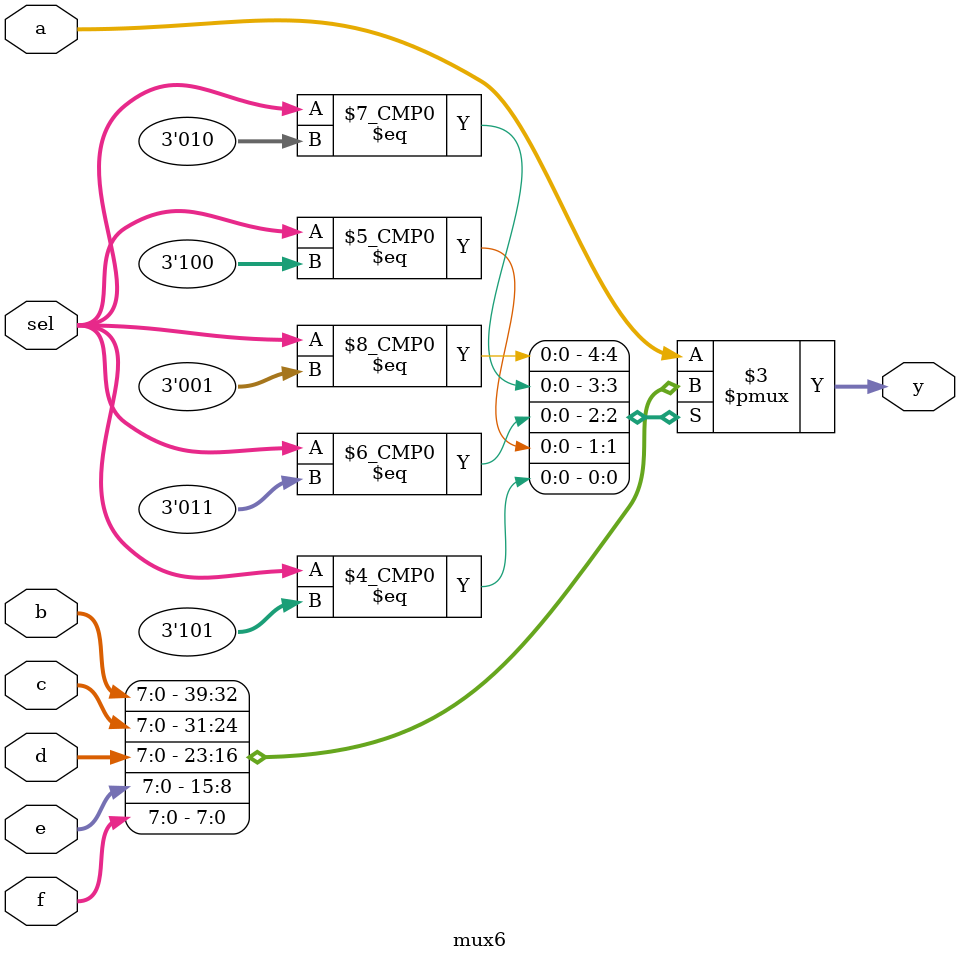
<source format=v>
module mux6 #(parameter WIDTH = 8) (
        input  wire       [2:0]  sel,
        input  wire [WIDTH-1:0] a,
        input  wire [WIDTH-1:0] b, 
        input  wire [WIDTH-1:0] c,
        input  wire [WIDTH-1:0] d,
        input  wire [WIDTH-1:0] e,
        input  wire [WIDTH-1:0] f,
        output reg [WIDTH-1:0] y
    );
    
    always@(*) begin
        case(sel)
            'd0: y = a;
            'd1: y = b;
            'd2: y = c;
            'd3: y = d;
            'd4: y = e;
            'd5: y = f;        
            default: y = a;
        endcase
    end
endmodule
</source>
